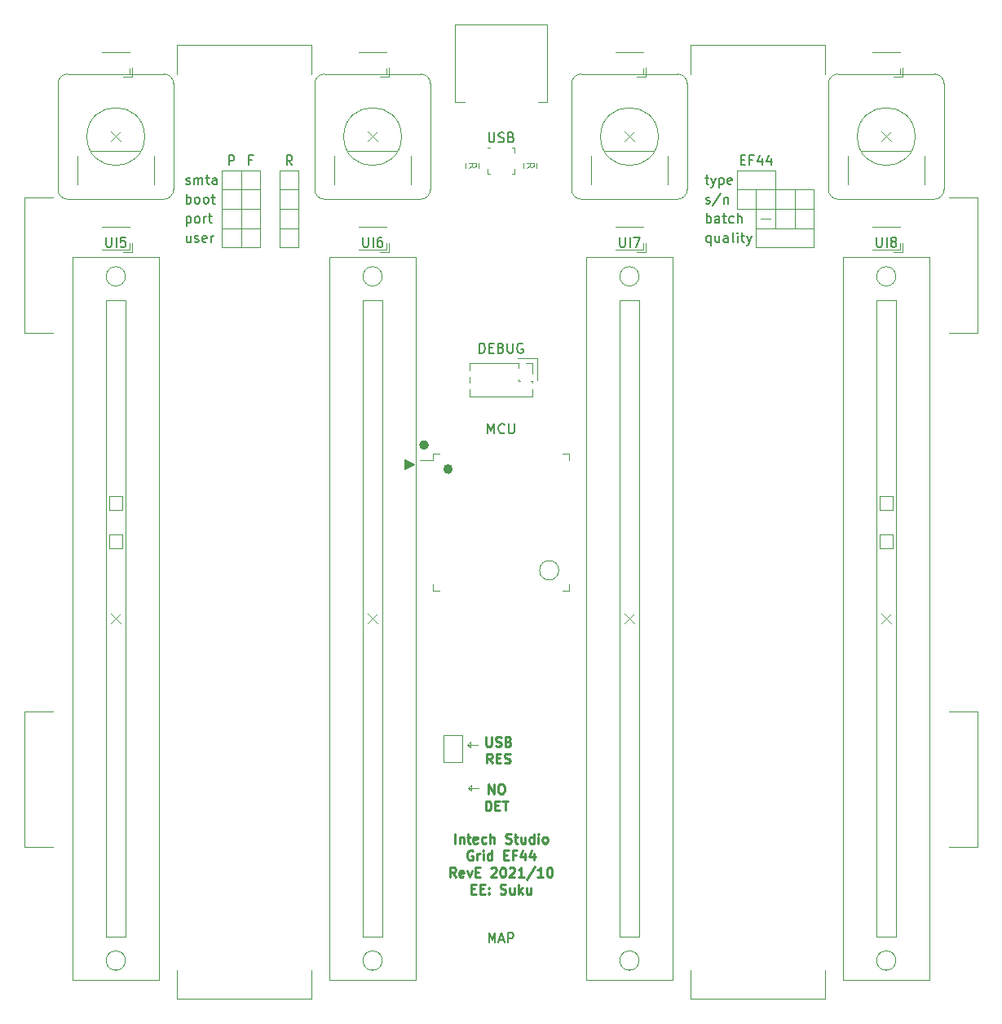
<source format=gto>
G04 #@! TF.GenerationSoftware,KiCad,Pcbnew,5.1.9+dfsg1-1*
G04 #@! TF.CreationDate,2021-10-27T13:30:15+02:00*
G04 #@! TF.ProjectId,EF44,45463434-2e6b-4696-9361-645f70636258,rev?*
G04 #@! TF.SameCoordinates,Original*
G04 #@! TF.FileFunction,Legend,Top*
G04 #@! TF.FilePolarity,Positive*
%FSLAX46Y46*%
G04 Gerber Fmt 4.6, Leading zero omitted, Abs format (unit mm)*
G04 Created by KiCad (PCBNEW 5.1.9+dfsg1-1) date 2021-10-27 13:30:15*
%MOMM*%
%LPD*%
G01*
G04 APERTURE LIST*
%ADD10C,0.120000*%
%ADD11C,0.250000*%
%ADD12C,0.150000*%
%ADD13C,0.500000*%
%ADD14C,0.100000*%
G04 APERTURE END LIST*
D10*
X71000000Y-71500000D02*
X75000000Y-71500000D01*
X103750000Y-83000000D02*
X103750000Y-85250000D01*
X101750000Y-83000000D02*
X103750000Y-83000000D01*
X97700000Y-127600000D02*
X96600000Y-127600000D01*
X96900000Y-127900000D02*
X96600000Y-127600000D01*
X96900000Y-127300000D02*
X96900000Y-127900000D01*
X96600000Y-127600000D02*
X96900000Y-127300000D01*
X96800000Y-123400000D02*
X96500000Y-123100000D01*
X96800000Y-122800000D02*
X96800000Y-123400000D01*
X96500000Y-123100000D02*
X96800000Y-122800000D01*
X97600000Y-123100000D02*
X96500000Y-123100000D01*
D11*
X98438095Y-122277380D02*
X98438095Y-123086904D01*
X98485714Y-123182142D01*
X98533333Y-123229761D01*
X98628571Y-123277380D01*
X98819047Y-123277380D01*
X98914285Y-123229761D01*
X98961904Y-123182142D01*
X99009523Y-123086904D01*
X99009523Y-122277380D01*
X99438095Y-123229761D02*
X99580952Y-123277380D01*
X99819047Y-123277380D01*
X99914285Y-123229761D01*
X99961904Y-123182142D01*
X100009523Y-123086904D01*
X100009523Y-122991666D01*
X99961904Y-122896428D01*
X99914285Y-122848809D01*
X99819047Y-122801190D01*
X99628571Y-122753571D01*
X99533333Y-122705952D01*
X99485714Y-122658333D01*
X99438095Y-122563095D01*
X99438095Y-122467857D01*
X99485714Y-122372619D01*
X99533333Y-122325000D01*
X99628571Y-122277380D01*
X99866666Y-122277380D01*
X100009523Y-122325000D01*
X100771428Y-122753571D02*
X100914285Y-122801190D01*
X100961904Y-122848809D01*
X101009523Y-122944047D01*
X101009523Y-123086904D01*
X100961904Y-123182142D01*
X100914285Y-123229761D01*
X100819047Y-123277380D01*
X100438095Y-123277380D01*
X100438095Y-122277380D01*
X100771428Y-122277380D01*
X100866666Y-122325000D01*
X100914285Y-122372619D01*
X100961904Y-122467857D01*
X100961904Y-122563095D01*
X100914285Y-122658333D01*
X100866666Y-122705952D01*
X100771428Y-122753571D01*
X100438095Y-122753571D01*
X99080952Y-125027380D02*
X98747619Y-124551190D01*
X98509523Y-125027380D02*
X98509523Y-124027380D01*
X98890476Y-124027380D01*
X98985714Y-124075000D01*
X99033333Y-124122619D01*
X99080952Y-124217857D01*
X99080952Y-124360714D01*
X99033333Y-124455952D01*
X98985714Y-124503571D01*
X98890476Y-124551190D01*
X98509523Y-124551190D01*
X99509523Y-124503571D02*
X99842857Y-124503571D01*
X99985714Y-125027380D02*
X99509523Y-125027380D01*
X99509523Y-124027380D01*
X99985714Y-124027380D01*
X100366666Y-124979761D02*
X100509523Y-125027380D01*
X100747619Y-125027380D01*
X100842857Y-124979761D01*
X100890476Y-124932142D01*
X100938095Y-124836904D01*
X100938095Y-124741666D01*
X100890476Y-124646428D01*
X100842857Y-124598809D01*
X100747619Y-124551190D01*
X100557142Y-124503571D01*
X100461904Y-124455952D01*
X100414285Y-124408333D01*
X100366666Y-124313095D01*
X100366666Y-124217857D01*
X100414285Y-124122619D01*
X100461904Y-124075000D01*
X100557142Y-124027380D01*
X100795238Y-124027380D01*
X100938095Y-124075000D01*
X98690476Y-128177380D02*
X98690476Y-127177380D01*
X99261904Y-128177380D01*
X99261904Y-127177380D01*
X99928571Y-127177380D02*
X100119047Y-127177380D01*
X100214285Y-127225000D01*
X100309523Y-127320238D01*
X100357142Y-127510714D01*
X100357142Y-127844047D01*
X100309523Y-128034523D01*
X100214285Y-128129761D01*
X100119047Y-128177380D01*
X99928571Y-128177380D01*
X99833333Y-128129761D01*
X99738095Y-128034523D01*
X99690476Y-127844047D01*
X99690476Y-127510714D01*
X99738095Y-127320238D01*
X99833333Y-127225000D01*
X99928571Y-127177380D01*
X98404761Y-129927380D02*
X98404761Y-128927380D01*
X98642857Y-128927380D01*
X98785714Y-128975000D01*
X98880952Y-129070238D01*
X98928571Y-129165476D01*
X98976190Y-129355952D01*
X98976190Y-129498809D01*
X98928571Y-129689285D01*
X98880952Y-129784523D01*
X98785714Y-129879761D01*
X98642857Y-129927380D01*
X98404761Y-129927380D01*
X99404761Y-129403571D02*
X99738095Y-129403571D01*
X99880952Y-129927380D02*
X99404761Y-129927380D01*
X99404761Y-128927380D01*
X99880952Y-128927380D01*
X100166666Y-128927380D02*
X100738095Y-128927380D01*
X100452380Y-129927380D02*
X100452380Y-128927380D01*
D12*
X67287976Y-64904761D02*
X67383214Y-64952380D01*
X67573690Y-64952380D01*
X67668928Y-64904761D01*
X67716547Y-64809523D01*
X67716547Y-64761904D01*
X67668928Y-64666666D01*
X67573690Y-64619047D01*
X67430833Y-64619047D01*
X67335595Y-64571428D01*
X67287976Y-64476190D01*
X67287976Y-64428571D01*
X67335595Y-64333333D01*
X67430833Y-64285714D01*
X67573690Y-64285714D01*
X67668928Y-64333333D01*
X68145119Y-64952380D02*
X68145119Y-64285714D01*
X68145119Y-64380952D02*
X68192738Y-64333333D01*
X68287976Y-64285714D01*
X68430833Y-64285714D01*
X68526071Y-64333333D01*
X68573690Y-64428571D01*
X68573690Y-64952380D01*
X68573690Y-64428571D02*
X68621309Y-64333333D01*
X68716547Y-64285714D01*
X68859404Y-64285714D01*
X68954642Y-64333333D01*
X69002261Y-64428571D01*
X69002261Y-64952380D01*
X69335595Y-64285714D02*
X69716547Y-64285714D01*
X69478452Y-63952380D02*
X69478452Y-64809523D01*
X69526071Y-64904761D01*
X69621309Y-64952380D01*
X69716547Y-64952380D01*
X70478452Y-64952380D02*
X70478452Y-64428571D01*
X70430833Y-64333333D01*
X70335595Y-64285714D01*
X70145119Y-64285714D01*
X70049880Y-64333333D01*
X70478452Y-64904761D02*
X70383214Y-64952380D01*
X70145119Y-64952380D01*
X70049880Y-64904761D01*
X70002261Y-64809523D01*
X70002261Y-64714285D01*
X70049880Y-64619047D01*
X70145119Y-64571428D01*
X70383214Y-64571428D01*
X70478452Y-64523809D01*
X67764166Y-70285714D02*
X67764166Y-70952380D01*
X67335595Y-70285714D02*
X67335595Y-70809523D01*
X67383214Y-70904761D01*
X67478452Y-70952380D01*
X67621309Y-70952380D01*
X67716547Y-70904761D01*
X67764166Y-70857142D01*
X68192738Y-70904761D02*
X68287976Y-70952380D01*
X68478452Y-70952380D01*
X68573690Y-70904761D01*
X68621309Y-70809523D01*
X68621309Y-70761904D01*
X68573690Y-70666666D01*
X68478452Y-70619047D01*
X68335595Y-70619047D01*
X68240357Y-70571428D01*
X68192738Y-70476190D01*
X68192738Y-70428571D01*
X68240357Y-70333333D01*
X68335595Y-70285714D01*
X68478452Y-70285714D01*
X68573690Y-70333333D01*
X69430833Y-70904761D02*
X69335595Y-70952380D01*
X69145119Y-70952380D01*
X69049880Y-70904761D01*
X69002261Y-70809523D01*
X69002261Y-70428571D01*
X69049880Y-70333333D01*
X69145119Y-70285714D01*
X69335595Y-70285714D01*
X69430833Y-70333333D01*
X69478452Y-70428571D01*
X69478452Y-70523809D01*
X69002261Y-70619047D01*
X69907023Y-70952380D02*
X69907023Y-70285714D01*
X69907023Y-70476190D02*
X69954642Y-70380952D01*
X70002261Y-70333333D01*
X70097500Y-70285714D01*
X70192738Y-70285714D01*
X67335595Y-68285714D02*
X67335595Y-69285714D01*
X67335595Y-68333333D02*
X67430833Y-68285714D01*
X67621309Y-68285714D01*
X67716547Y-68333333D01*
X67764166Y-68380952D01*
X67811785Y-68476190D01*
X67811785Y-68761904D01*
X67764166Y-68857142D01*
X67716547Y-68904761D01*
X67621309Y-68952380D01*
X67430833Y-68952380D01*
X67335595Y-68904761D01*
X68383214Y-68952380D02*
X68287976Y-68904761D01*
X68240357Y-68857142D01*
X68192738Y-68761904D01*
X68192738Y-68476190D01*
X68240357Y-68380952D01*
X68287976Y-68333333D01*
X68383214Y-68285714D01*
X68526071Y-68285714D01*
X68621309Y-68333333D01*
X68668928Y-68380952D01*
X68716547Y-68476190D01*
X68716547Y-68761904D01*
X68668928Y-68857142D01*
X68621309Y-68904761D01*
X68526071Y-68952380D01*
X68383214Y-68952380D01*
X69145119Y-68952380D02*
X69145119Y-68285714D01*
X69145119Y-68476190D02*
X69192738Y-68380952D01*
X69240357Y-68333333D01*
X69335595Y-68285714D01*
X69430833Y-68285714D01*
X69621309Y-68285714D02*
X70002261Y-68285714D01*
X69764166Y-67952380D02*
X69764166Y-68809523D01*
X69811785Y-68904761D01*
X69907023Y-68952380D01*
X70002261Y-68952380D01*
X74142857Y-62428571D02*
X73809523Y-62428571D01*
X73809523Y-62952380D02*
X73809523Y-61952380D01*
X74285714Y-61952380D01*
X78309523Y-62952380D02*
X77976190Y-62476190D01*
X77738095Y-62952380D02*
X77738095Y-61952380D01*
X78119047Y-61952380D01*
X78214285Y-62000000D01*
X78261904Y-62047619D01*
X78309523Y-62142857D01*
X78309523Y-62285714D01*
X78261904Y-62380952D01*
X78214285Y-62428571D01*
X78119047Y-62476190D01*
X77738095Y-62476190D01*
X71738095Y-62952380D02*
X71738095Y-61952380D01*
X72119047Y-61952380D01*
X72214285Y-62000000D01*
X72261904Y-62047619D01*
X72309523Y-62142857D01*
X72309523Y-62285714D01*
X72261904Y-62380952D01*
X72214285Y-62428571D01*
X72119047Y-62476190D01*
X71738095Y-62476190D01*
X67335595Y-66952380D02*
X67335595Y-65952380D01*
X67335595Y-66333333D02*
X67430833Y-66285714D01*
X67621309Y-66285714D01*
X67716547Y-66333333D01*
X67764166Y-66380952D01*
X67811785Y-66476190D01*
X67811785Y-66761904D01*
X67764166Y-66857142D01*
X67716547Y-66904761D01*
X67621309Y-66952380D01*
X67430833Y-66952380D01*
X67335595Y-66904761D01*
X68383214Y-66952380D02*
X68287976Y-66904761D01*
X68240357Y-66857142D01*
X68192738Y-66761904D01*
X68192738Y-66476190D01*
X68240357Y-66380952D01*
X68287976Y-66333333D01*
X68383214Y-66285714D01*
X68526071Y-66285714D01*
X68621309Y-66333333D01*
X68668928Y-66380952D01*
X68716547Y-66476190D01*
X68716547Y-66761904D01*
X68668928Y-66857142D01*
X68621309Y-66904761D01*
X68526071Y-66952380D01*
X68383214Y-66952380D01*
X69287976Y-66952380D02*
X69192738Y-66904761D01*
X69145119Y-66857142D01*
X69097500Y-66761904D01*
X69097500Y-66476190D01*
X69145119Y-66380952D01*
X69192738Y-66333333D01*
X69287976Y-66285714D01*
X69430833Y-66285714D01*
X69526071Y-66333333D01*
X69573690Y-66380952D01*
X69621309Y-66476190D01*
X69621309Y-66761904D01*
X69573690Y-66857142D01*
X69526071Y-66904761D01*
X69430833Y-66952380D01*
X69287976Y-66952380D01*
X69907023Y-66285714D02*
X70287976Y-66285714D01*
X70049880Y-65952380D02*
X70049880Y-66809523D01*
X70097500Y-66904761D01*
X70192738Y-66952380D01*
X70287976Y-66952380D01*
X121287976Y-66904761D02*
X121383214Y-66952380D01*
X121573690Y-66952380D01*
X121668928Y-66904761D01*
X121716547Y-66809523D01*
X121716547Y-66761904D01*
X121668928Y-66666666D01*
X121573690Y-66619047D01*
X121430833Y-66619047D01*
X121335595Y-66571428D01*
X121287976Y-66476190D01*
X121287976Y-66428571D01*
X121335595Y-66333333D01*
X121430833Y-66285714D01*
X121573690Y-66285714D01*
X121668928Y-66333333D01*
X122859404Y-65904761D02*
X122002261Y-67190476D01*
X123192738Y-66285714D02*
X123192738Y-66952380D01*
X123192738Y-66380952D02*
X123240357Y-66333333D01*
X123335595Y-66285714D01*
X123478452Y-66285714D01*
X123573690Y-66333333D01*
X123621309Y-66428571D01*
X123621309Y-66952380D01*
X121192738Y-64285714D02*
X121573690Y-64285714D01*
X121335595Y-63952380D02*
X121335595Y-64809523D01*
X121383214Y-64904761D01*
X121478452Y-64952380D01*
X121573690Y-64952380D01*
X121811785Y-64285714D02*
X122049880Y-64952380D01*
X122287976Y-64285714D02*
X122049880Y-64952380D01*
X121954642Y-65190476D01*
X121907023Y-65238095D01*
X121811785Y-65285714D01*
X122668928Y-64285714D02*
X122668928Y-65285714D01*
X122668928Y-64333333D02*
X122764166Y-64285714D01*
X122954642Y-64285714D01*
X123049880Y-64333333D01*
X123097500Y-64380952D01*
X123145119Y-64476190D01*
X123145119Y-64761904D01*
X123097500Y-64857142D01*
X123049880Y-64904761D01*
X122954642Y-64952380D01*
X122764166Y-64952380D01*
X122668928Y-64904761D01*
X123954642Y-64904761D02*
X123859404Y-64952380D01*
X123668928Y-64952380D01*
X123573690Y-64904761D01*
X123526071Y-64809523D01*
X123526071Y-64428571D01*
X123573690Y-64333333D01*
X123668928Y-64285714D01*
X123859404Y-64285714D01*
X123954642Y-64333333D01*
X124002261Y-64428571D01*
X124002261Y-64523809D01*
X123526071Y-64619047D01*
X124904761Y-62428571D02*
X125238095Y-62428571D01*
X125380952Y-62952380D02*
X124904761Y-62952380D01*
X124904761Y-61952380D01*
X125380952Y-61952380D01*
X126142857Y-62428571D02*
X125809523Y-62428571D01*
X125809523Y-62952380D02*
X125809523Y-61952380D01*
X126285714Y-61952380D01*
X127095238Y-62285714D02*
X127095238Y-62952380D01*
X126857142Y-61904761D02*
X126619047Y-62619047D01*
X127238095Y-62619047D01*
X128047619Y-62285714D02*
X128047619Y-62952380D01*
X127809523Y-61904761D02*
X127571428Y-62619047D01*
X128190476Y-62619047D01*
X121335595Y-68952380D02*
X121335595Y-67952380D01*
X121335595Y-68333333D02*
X121430833Y-68285714D01*
X121621309Y-68285714D01*
X121716547Y-68333333D01*
X121764166Y-68380952D01*
X121811785Y-68476190D01*
X121811785Y-68761904D01*
X121764166Y-68857142D01*
X121716547Y-68904761D01*
X121621309Y-68952380D01*
X121430833Y-68952380D01*
X121335595Y-68904761D01*
X122668928Y-68952380D02*
X122668928Y-68428571D01*
X122621309Y-68333333D01*
X122526071Y-68285714D01*
X122335595Y-68285714D01*
X122240357Y-68333333D01*
X122668928Y-68904761D02*
X122573690Y-68952380D01*
X122335595Y-68952380D01*
X122240357Y-68904761D01*
X122192738Y-68809523D01*
X122192738Y-68714285D01*
X122240357Y-68619047D01*
X122335595Y-68571428D01*
X122573690Y-68571428D01*
X122668928Y-68523809D01*
X123002261Y-68285714D02*
X123383214Y-68285714D01*
X123145119Y-67952380D02*
X123145119Y-68809523D01*
X123192738Y-68904761D01*
X123287976Y-68952380D01*
X123383214Y-68952380D01*
X124145119Y-68904761D02*
X124049880Y-68952380D01*
X123859404Y-68952380D01*
X123764166Y-68904761D01*
X123716547Y-68857142D01*
X123668928Y-68761904D01*
X123668928Y-68476190D01*
X123716547Y-68380952D01*
X123764166Y-68333333D01*
X123859404Y-68285714D01*
X124049880Y-68285714D01*
X124145119Y-68333333D01*
X124573690Y-68952380D02*
X124573690Y-67952380D01*
X125002261Y-68952380D02*
X125002261Y-68428571D01*
X124954642Y-68333333D01*
X124859404Y-68285714D01*
X124716547Y-68285714D01*
X124621309Y-68333333D01*
X124573690Y-68380952D01*
X121764166Y-70285714D02*
X121764166Y-71285714D01*
X121764166Y-70904761D02*
X121668928Y-70952380D01*
X121478452Y-70952380D01*
X121383214Y-70904761D01*
X121335595Y-70857142D01*
X121287976Y-70761904D01*
X121287976Y-70476190D01*
X121335595Y-70380952D01*
X121383214Y-70333333D01*
X121478452Y-70285714D01*
X121668928Y-70285714D01*
X121764166Y-70333333D01*
X122668928Y-70285714D02*
X122668928Y-70952380D01*
X122240357Y-70285714D02*
X122240357Y-70809523D01*
X122287976Y-70904761D01*
X122383214Y-70952380D01*
X122526071Y-70952380D01*
X122621309Y-70904761D01*
X122668928Y-70857142D01*
X123573690Y-70952380D02*
X123573690Y-70428571D01*
X123526071Y-70333333D01*
X123430833Y-70285714D01*
X123240357Y-70285714D01*
X123145119Y-70333333D01*
X123573690Y-70904761D02*
X123478452Y-70952380D01*
X123240357Y-70952380D01*
X123145119Y-70904761D01*
X123097500Y-70809523D01*
X123097500Y-70714285D01*
X123145119Y-70619047D01*
X123240357Y-70571428D01*
X123478452Y-70571428D01*
X123573690Y-70523809D01*
X124192738Y-70952380D02*
X124097500Y-70904761D01*
X124049880Y-70809523D01*
X124049880Y-69952380D01*
X124573690Y-70952380D02*
X124573690Y-70285714D01*
X124573690Y-69952380D02*
X124526071Y-70000000D01*
X124573690Y-70047619D01*
X124621309Y-70000000D01*
X124573690Y-69952380D01*
X124573690Y-70047619D01*
X124907023Y-70285714D02*
X125287976Y-70285714D01*
X125049880Y-69952380D02*
X125049880Y-70809523D01*
X125097500Y-70904761D01*
X125192738Y-70952380D01*
X125287976Y-70952380D01*
X125526071Y-70285714D02*
X125764166Y-70952380D01*
X126002261Y-70285714D02*
X125764166Y-70952380D01*
X125668928Y-71190476D01*
X125621309Y-71238095D01*
X125526071Y-71285714D01*
D10*
X71000000Y-63500000D02*
X71000000Y-65500000D01*
X71000000Y-67500000D02*
X73000000Y-67500000D01*
X73000000Y-65500000D02*
X73000000Y-63500000D01*
X73000000Y-63500000D02*
X71000000Y-63500000D01*
X75000000Y-63500000D02*
X73000000Y-63500000D01*
X73000000Y-63500000D02*
X73000000Y-65500000D01*
X73000000Y-67500000D02*
X75000000Y-67500000D01*
X75000000Y-65500000D02*
X75000000Y-63500000D01*
X79000000Y-63500000D02*
X77000000Y-63500000D01*
X77000000Y-63500000D02*
X77000000Y-65500000D01*
X79000000Y-65500000D02*
X79000000Y-63500000D01*
X75000000Y-67500000D02*
X75000000Y-69500000D01*
X75000000Y-69500000D02*
X75000000Y-67500000D01*
X73000000Y-69500000D02*
X75000000Y-69500000D01*
X73000000Y-67500000D02*
X73000000Y-69500000D01*
X73000000Y-67500000D02*
X71000000Y-67500000D01*
X71000000Y-67500000D02*
X71000000Y-69500000D01*
X71000000Y-69500000D02*
X73000000Y-69500000D01*
X73000000Y-69500000D02*
X73000000Y-67500000D01*
X75000000Y-67500000D02*
X73000000Y-67500000D01*
X75000000Y-69500000D02*
X75000000Y-71500000D01*
X75000000Y-71500000D02*
X75000000Y-69500000D01*
X73000000Y-69500000D02*
X73000000Y-71500000D01*
X73000000Y-69500000D02*
X71000000Y-69500000D01*
X71000000Y-69500000D02*
X71000000Y-71500000D01*
X73000000Y-71500000D02*
X73000000Y-69500000D01*
X75000000Y-69500000D02*
X73000000Y-69500000D01*
X73000000Y-65500000D02*
X73000000Y-67500000D01*
X73000000Y-67500000D02*
X75000000Y-67500000D01*
X75000000Y-67500000D02*
X73000000Y-67500000D01*
X73000000Y-67500000D02*
X71000000Y-67500000D01*
X75000000Y-65500000D02*
X73000000Y-65500000D01*
X73000000Y-67500000D02*
X73000000Y-65500000D01*
X71000000Y-67500000D02*
X73000000Y-67500000D01*
X71000000Y-65500000D02*
X71000000Y-67500000D01*
X73000000Y-65500000D02*
X71000000Y-65500000D01*
X75000000Y-67500000D02*
X75000000Y-65500000D01*
X75000000Y-65500000D02*
X75000000Y-67500000D01*
X77000000Y-65500000D02*
X79000000Y-65500000D01*
X73000000Y-65500000D02*
X75000000Y-65500000D01*
X71000000Y-65500000D02*
X73000000Y-65500000D01*
X124500000Y-65500000D02*
X124500000Y-63500000D01*
X124500000Y-63500000D02*
X128500000Y-63500000D01*
X128500000Y-63500000D02*
X128500000Y-65500000D01*
X126500000Y-65500000D02*
X124500000Y-65500000D01*
X128500000Y-65500000D02*
X126500000Y-65500000D01*
X128500000Y-69500000D02*
X130500000Y-69500000D01*
X128500000Y-67500000D02*
X128500000Y-69500000D01*
X130500000Y-69500000D02*
X130500000Y-67500000D01*
X127000000Y-68500000D02*
X128000000Y-68500000D01*
X128500000Y-69500000D02*
X126500000Y-69500000D01*
X128500000Y-67500000D02*
X128500000Y-69500000D01*
X128500000Y-69500000D02*
X128500000Y-67500000D01*
X130500000Y-69500000D02*
X128500000Y-69500000D01*
X130500000Y-67500000D02*
X130500000Y-69500000D01*
X126500000Y-69500000D02*
X128500000Y-69500000D01*
X126500000Y-67500000D02*
X126500000Y-69500000D01*
X130500000Y-67500000D02*
X132500000Y-67500000D01*
X130500000Y-65500000D02*
X132500000Y-65500000D01*
X130500000Y-65500000D02*
X130500000Y-67500000D01*
X132500000Y-67500000D02*
X132500000Y-65500000D01*
X132500000Y-67500000D02*
X130500000Y-67500000D01*
X130500000Y-67500000D02*
X130500000Y-65500000D01*
X132500000Y-65500000D02*
X130500000Y-65500000D01*
X132500000Y-67500000D02*
X132500000Y-69500000D01*
X132500000Y-69500000D02*
X130500000Y-69500000D01*
X128500000Y-67500000D02*
X126500000Y-67500000D01*
X132500000Y-69500000D02*
X132500000Y-67500000D01*
X130500000Y-69500000D02*
X132500000Y-69500000D01*
X126500000Y-67500000D02*
X124500000Y-67500000D01*
X130500000Y-67500000D02*
X128500000Y-67500000D01*
X130500000Y-67500000D02*
X130500000Y-65500000D01*
X128500000Y-67500000D02*
X130500000Y-67500000D01*
X128500000Y-65500000D02*
X128500000Y-67500000D01*
X130500000Y-65500000D02*
X128500000Y-65500000D01*
X128500000Y-67500000D02*
X128500000Y-65500000D01*
X126500000Y-67500000D02*
X128500000Y-67500000D01*
X130500000Y-67500000D02*
X130500000Y-69500000D01*
X126500000Y-65500000D02*
X126500000Y-67500000D01*
X124500000Y-65500000D02*
X124500000Y-67500000D01*
X124500000Y-67500000D02*
X126500000Y-67500000D01*
X126500000Y-67500000D02*
X126500000Y-65500000D01*
X128500000Y-65500000D02*
X126500000Y-65500000D01*
X126500000Y-65500000D02*
X124500000Y-65500000D01*
X128500000Y-71500000D02*
X126500000Y-71500000D01*
X130500000Y-71500000D02*
X128500000Y-71500000D01*
X132500000Y-71500000D02*
X128500000Y-71500000D01*
X77000000Y-71500000D02*
X79000000Y-71500000D01*
X132500000Y-69500000D02*
X132500000Y-71500000D01*
X126500000Y-69500000D02*
X130500000Y-69500000D01*
X126500000Y-71500000D02*
X126500000Y-69500000D01*
X79000000Y-67500000D02*
X79000000Y-65500000D01*
X77000000Y-65500000D02*
X77000000Y-67500000D01*
X79000000Y-65500000D02*
X77000000Y-65500000D01*
X77000000Y-67500000D02*
X79000000Y-67500000D01*
X79000000Y-69500000D02*
X79000000Y-67500000D01*
X77000000Y-67500000D02*
X77000000Y-69500000D01*
X79000000Y-67500000D02*
X77000000Y-67500000D01*
X77000000Y-69500000D02*
X79000000Y-69500000D01*
X79000000Y-71500000D02*
X79000000Y-69500000D01*
X77000000Y-69500000D02*
X77000000Y-71500000D01*
X79000000Y-69500000D02*
X77000000Y-69500000D01*
X128500000Y-71500000D02*
X126500000Y-71500000D01*
D12*
X98738095Y-59574380D02*
X98738095Y-60383904D01*
X98785714Y-60479142D01*
X98833333Y-60526761D01*
X98928571Y-60574380D01*
X99119047Y-60574380D01*
X99214285Y-60526761D01*
X99261904Y-60479142D01*
X99309523Y-60383904D01*
X99309523Y-59574380D01*
X99738095Y-60526761D02*
X99880952Y-60574380D01*
X100119047Y-60574380D01*
X100214285Y-60526761D01*
X100261904Y-60479142D01*
X100309523Y-60383904D01*
X100309523Y-60288666D01*
X100261904Y-60193428D01*
X100214285Y-60145809D01*
X100119047Y-60098190D01*
X99928571Y-60050571D01*
X99833333Y-60002952D01*
X99785714Y-59955333D01*
X99738095Y-59860095D01*
X99738095Y-59764857D01*
X99785714Y-59669619D01*
X99833333Y-59622000D01*
X99928571Y-59574380D01*
X100166666Y-59574380D01*
X100309523Y-59622000D01*
X101071428Y-60050571D02*
X101214285Y-60098190D01*
X101261904Y-60145809D01*
X101309523Y-60241047D01*
X101309523Y-60383904D01*
X101261904Y-60479142D01*
X101214285Y-60526761D01*
X101119047Y-60574380D01*
X100738095Y-60574380D01*
X100738095Y-59574380D01*
X101071428Y-59574380D01*
X101166666Y-59622000D01*
X101214285Y-59669619D01*
X101261904Y-59764857D01*
X101261904Y-59860095D01*
X101214285Y-59955333D01*
X101166666Y-60002952D01*
X101071428Y-60050571D01*
X100738095Y-60050571D01*
X97761904Y-82452380D02*
X97761904Y-81452380D01*
X98000000Y-81452380D01*
X98142857Y-81500000D01*
X98238095Y-81595238D01*
X98285714Y-81690476D01*
X98333333Y-81880952D01*
X98333333Y-82023809D01*
X98285714Y-82214285D01*
X98238095Y-82309523D01*
X98142857Y-82404761D01*
X98000000Y-82452380D01*
X97761904Y-82452380D01*
X98761904Y-81928571D02*
X99095238Y-81928571D01*
X99238095Y-82452380D02*
X98761904Y-82452380D01*
X98761904Y-81452380D01*
X99238095Y-81452380D01*
X100000000Y-81928571D02*
X100142857Y-81976190D01*
X100190476Y-82023809D01*
X100238095Y-82119047D01*
X100238095Y-82261904D01*
X100190476Y-82357142D01*
X100142857Y-82404761D01*
X100047619Y-82452380D01*
X99666666Y-82452380D01*
X99666666Y-81452380D01*
X100000000Y-81452380D01*
X100095238Y-81500000D01*
X100142857Y-81547619D01*
X100190476Y-81642857D01*
X100190476Y-81738095D01*
X100142857Y-81833333D01*
X100095238Y-81880952D01*
X100000000Y-81928571D01*
X99666666Y-81928571D01*
X100666666Y-81452380D02*
X100666666Y-82261904D01*
X100714285Y-82357142D01*
X100761904Y-82404761D01*
X100857142Y-82452380D01*
X101047619Y-82452380D01*
X101142857Y-82404761D01*
X101190476Y-82357142D01*
X101238095Y-82261904D01*
X101238095Y-81452380D01*
X102238095Y-81500000D02*
X102142857Y-81452380D01*
X102000000Y-81452380D01*
X101857142Y-81500000D01*
X101761904Y-81595238D01*
X101714285Y-81690476D01*
X101666666Y-81880952D01*
X101666666Y-82023809D01*
X101714285Y-82214285D01*
X101761904Y-82309523D01*
X101857142Y-82404761D01*
X102000000Y-82452380D01*
X102095238Y-82452380D01*
X102238095Y-82404761D01*
X102285714Y-82357142D01*
X102285714Y-82023809D01*
X102095238Y-82023809D01*
X98738095Y-143632380D02*
X98738095Y-142632380D01*
X99071428Y-143346666D01*
X99404761Y-142632380D01*
X99404761Y-143632380D01*
X99833333Y-143346666D02*
X100309523Y-143346666D01*
X99738095Y-143632380D02*
X100071428Y-142632380D01*
X100404761Y-143632380D01*
X100738095Y-143632380D02*
X100738095Y-142632380D01*
X101119047Y-142632380D01*
X101214285Y-142680000D01*
X101261904Y-142727619D01*
X101309523Y-142822857D01*
X101309523Y-142965714D01*
X101261904Y-143060952D01*
X101214285Y-143108571D01*
X101119047Y-143156190D01*
X100738095Y-143156190D01*
X98642857Y-90800380D02*
X98642857Y-89800380D01*
X98976190Y-90514666D01*
X99309523Y-89800380D01*
X99309523Y-90800380D01*
X100357142Y-90705142D02*
X100309523Y-90752761D01*
X100166666Y-90800380D01*
X100071428Y-90800380D01*
X99928571Y-90752761D01*
X99833333Y-90657523D01*
X99785714Y-90562285D01*
X99738095Y-90371809D01*
X99738095Y-90228952D01*
X99785714Y-90038476D01*
X99833333Y-89943238D01*
X99928571Y-89848000D01*
X100071428Y-89800380D01*
X100166666Y-89800380D01*
X100309523Y-89848000D01*
X100357142Y-89895619D01*
X100785714Y-89800380D02*
X100785714Y-90609904D01*
X100833333Y-90705142D01*
X100880952Y-90752761D01*
X100976190Y-90800380D01*
X101166666Y-90800380D01*
X101261904Y-90752761D01*
X101309523Y-90705142D01*
X101357142Y-90609904D01*
X101357142Y-89800380D01*
D11*
X95214285Y-133327380D02*
X95214285Y-132327380D01*
X95690476Y-132660714D02*
X95690476Y-133327380D01*
X95690476Y-132755952D02*
X95738095Y-132708333D01*
X95833333Y-132660714D01*
X95976190Y-132660714D01*
X96071428Y-132708333D01*
X96119047Y-132803571D01*
X96119047Y-133327380D01*
X96452380Y-132660714D02*
X96833333Y-132660714D01*
X96595238Y-132327380D02*
X96595238Y-133184523D01*
X96642857Y-133279761D01*
X96738095Y-133327380D01*
X96833333Y-133327380D01*
X97547619Y-133279761D02*
X97452380Y-133327380D01*
X97261904Y-133327380D01*
X97166666Y-133279761D01*
X97119047Y-133184523D01*
X97119047Y-132803571D01*
X97166666Y-132708333D01*
X97261904Y-132660714D01*
X97452380Y-132660714D01*
X97547619Y-132708333D01*
X97595238Y-132803571D01*
X97595238Y-132898809D01*
X97119047Y-132994047D01*
X98452380Y-133279761D02*
X98357142Y-133327380D01*
X98166666Y-133327380D01*
X98071428Y-133279761D01*
X98023809Y-133232142D01*
X97976190Y-133136904D01*
X97976190Y-132851190D01*
X98023809Y-132755952D01*
X98071428Y-132708333D01*
X98166666Y-132660714D01*
X98357142Y-132660714D01*
X98452380Y-132708333D01*
X98880952Y-133327380D02*
X98880952Y-132327380D01*
X99309523Y-133327380D02*
X99309523Y-132803571D01*
X99261904Y-132708333D01*
X99166666Y-132660714D01*
X99023809Y-132660714D01*
X98928571Y-132708333D01*
X98880952Y-132755952D01*
X100500000Y-133279761D02*
X100642857Y-133327380D01*
X100880952Y-133327380D01*
X100976190Y-133279761D01*
X101023809Y-133232142D01*
X101071428Y-133136904D01*
X101071428Y-133041666D01*
X101023809Y-132946428D01*
X100976190Y-132898809D01*
X100880952Y-132851190D01*
X100690476Y-132803571D01*
X100595238Y-132755952D01*
X100547619Y-132708333D01*
X100500000Y-132613095D01*
X100500000Y-132517857D01*
X100547619Y-132422619D01*
X100595238Y-132375000D01*
X100690476Y-132327380D01*
X100928571Y-132327380D01*
X101071428Y-132375000D01*
X101357142Y-132660714D02*
X101738095Y-132660714D01*
X101500000Y-132327380D02*
X101500000Y-133184523D01*
X101547619Y-133279761D01*
X101642857Y-133327380D01*
X101738095Y-133327380D01*
X102500000Y-132660714D02*
X102500000Y-133327380D01*
X102071428Y-132660714D02*
X102071428Y-133184523D01*
X102119047Y-133279761D01*
X102214285Y-133327380D01*
X102357142Y-133327380D01*
X102452380Y-133279761D01*
X102500000Y-133232142D01*
X103404761Y-133327380D02*
X103404761Y-132327380D01*
X103404761Y-133279761D02*
X103309523Y-133327380D01*
X103119047Y-133327380D01*
X103023809Y-133279761D01*
X102976190Y-133232142D01*
X102928571Y-133136904D01*
X102928571Y-132851190D01*
X102976190Y-132755952D01*
X103023809Y-132708333D01*
X103119047Y-132660714D01*
X103309523Y-132660714D01*
X103404761Y-132708333D01*
X103880952Y-133327380D02*
X103880952Y-132660714D01*
X103880952Y-132327380D02*
X103833333Y-132375000D01*
X103880952Y-132422619D01*
X103928571Y-132375000D01*
X103880952Y-132327380D01*
X103880952Y-132422619D01*
X104500000Y-133327380D02*
X104404761Y-133279761D01*
X104357142Y-133232142D01*
X104309523Y-133136904D01*
X104309523Y-132851190D01*
X104357142Y-132755952D01*
X104404761Y-132708333D01*
X104500000Y-132660714D01*
X104642857Y-132660714D01*
X104738095Y-132708333D01*
X104785714Y-132755952D01*
X104833333Y-132851190D01*
X104833333Y-133136904D01*
X104785714Y-133232142D01*
X104738095Y-133279761D01*
X104642857Y-133327380D01*
X104500000Y-133327380D01*
X97047619Y-134125000D02*
X96952380Y-134077380D01*
X96809523Y-134077380D01*
X96666666Y-134125000D01*
X96571428Y-134220238D01*
X96523809Y-134315476D01*
X96476190Y-134505952D01*
X96476190Y-134648809D01*
X96523809Y-134839285D01*
X96571428Y-134934523D01*
X96666666Y-135029761D01*
X96809523Y-135077380D01*
X96904761Y-135077380D01*
X97047619Y-135029761D01*
X97095238Y-134982142D01*
X97095238Y-134648809D01*
X96904761Y-134648809D01*
X97523809Y-135077380D02*
X97523809Y-134410714D01*
X97523809Y-134601190D02*
X97571428Y-134505952D01*
X97619047Y-134458333D01*
X97714285Y-134410714D01*
X97809523Y-134410714D01*
X98142857Y-135077380D02*
X98142857Y-134410714D01*
X98142857Y-134077380D02*
X98095238Y-134125000D01*
X98142857Y-134172619D01*
X98190476Y-134125000D01*
X98142857Y-134077380D01*
X98142857Y-134172619D01*
X99047619Y-135077380D02*
X99047619Y-134077380D01*
X99047619Y-135029761D02*
X98952380Y-135077380D01*
X98761904Y-135077380D01*
X98666666Y-135029761D01*
X98619047Y-134982142D01*
X98571428Y-134886904D01*
X98571428Y-134601190D01*
X98619047Y-134505952D01*
X98666666Y-134458333D01*
X98761904Y-134410714D01*
X98952380Y-134410714D01*
X99047619Y-134458333D01*
X100285714Y-134553571D02*
X100619047Y-134553571D01*
X100761904Y-135077380D02*
X100285714Y-135077380D01*
X100285714Y-134077380D01*
X100761904Y-134077380D01*
X101523809Y-134553571D02*
X101190476Y-134553571D01*
X101190476Y-135077380D02*
X101190476Y-134077380D01*
X101666666Y-134077380D01*
X102476190Y-134410714D02*
X102476190Y-135077380D01*
X102238095Y-134029761D02*
X102000000Y-134744047D01*
X102619047Y-134744047D01*
X103428571Y-134410714D02*
X103428571Y-135077380D01*
X103190476Y-134029761D02*
X102952380Y-134744047D01*
X103571428Y-134744047D01*
X95285714Y-136827380D02*
X94952380Y-136351190D01*
X94714285Y-136827380D02*
X94714285Y-135827380D01*
X95095238Y-135827380D01*
X95190476Y-135875000D01*
X95238095Y-135922619D01*
X95285714Y-136017857D01*
X95285714Y-136160714D01*
X95238095Y-136255952D01*
X95190476Y-136303571D01*
X95095238Y-136351190D01*
X94714285Y-136351190D01*
X96095238Y-136779761D02*
X96000000Y-136827380D01*
X95809523Y-136827380D01*
X95714285Y-136779761D01*
X95666666Y-136684523D01*
X95666666Y-136303571D01*
X95714285Y-136208333D01*
X95809523Y-136160714D01*
X96000000Y-136160714D01*
X96095238Y-136208333D01*
X96142857Y-136303571D01*
X96142857Y-136398809D01*
X95666666Y-136494047D01*
X96476190Y-136160714D02*
X96714285Y-136827380D01*
X96952380Y-136160714D01*
X97333333Y-136303571D02*
X97666666Y-136303571D01*
X97809523Y-136827380D02*
X97333333Y-136827380D01*
X97333333Y-135827380D01*
X97809523Y-135827380D01*
X98952380Y-135922619D02*
X99000000Y-135875000D01*
X99095238Y-135827380D01*
X99333333Y-135827380D01*
X99428571Y-135875000D01*
X99476190Y-135922619D01*
X99523809Y-136017857D01*
X99523809Y-136113095D01*
X99476190Y-136255952D01*
X98904761Y-136827380D01*
X99523809Y-136827380D01*
X100142857Y-135827380D02*
X100238095Y-135827380D01*
X100333333Y-135875000D01*
X100380952Y-135922619D01*
X100428571Y-136017857D01*
X100476190Y-136208333D01*
X100476190Y-136446428D01*
X100428571Y-136636904D01*
X100380952Y-136732142D01*
X100333333Y-136779761D01*
X100238095Y-136827380D01*
X100142857Y-136827380D01*
X100047619Y-136779761D01*
X100000000Y-136732142D01*
X99952380Y-136636904D01*
X99904761Y-136446428D01*
X99904761Y-136208333D01*
X99952380Y-136017857D01*
X100000000Y-135922619D01*
X100047619Y-135875000D01*
X100142857Y-135827380D01*
X100857142Y-135922619D02*
X100904761Y-135875000D01*
X101000000Y-135827380D01*
X101238095Y-135827380D01*
X101333333Y-135875000D01*
X101380952Y-135922619D01*
X101428571Y-136017857D01*
X101428571Y-136113095D01*
X101380952Y-136255952D01*
X100809523Y-136827380D01*
X101428571Y-136827380D01*
X102380952Y-136827380D02*
X101809523Y-136827380D01*
X102095238Y-136827380D02*
X102095238Y-135827380D01*
X102000000Y-135970238D01*
X101904761Y-136065476D01*
X101809523Y-136113095D01*
X103523809Y-135779761D02*
X102666666Y-137065476D01*
X104380952Y-136827380D02*
X103809523Y-136827380D01*
X104095238Y-136827380D02*
X104095238Y-135827380D01*
X104000000Y-135970238D01*
X103904761Y-136065476D01*
X103809523Y-136113095D01*
X105000000Y-135827380D02*
X105095238Y-135827380D01*
X105190476Y-135875000D01*
X105238095Y-135922619D01*
X105285714Y-136017857D01*
X105333333Y-136208333D01*
X105333333Y-136446428D01*
X105285714Y-136636904D01*
X105238095Y-136732142D01*
X105190476Y-136779761D01*
X105095238Y-136827380D01*
X105000000Y-136827380D01*
X104904761Y-136779761D01*
X104857142Y-136732142D01*
X104809523Y-136636904D01*
X104761904Y-136446428D01*
X104761904Y-136208333D01*
X104809523Y-136017857D01*
X104857142Y-135922619D01*
X104904761Y-135875000D01*
X105000000Y-135827380D01*
X96928571Y-138053571D02*
X97261904Y-138053571D01*
X97404761Y-138577380D02*
X96928571Y-138577380D01*
X96928571Y-137577380D01*
X97404761Y-137577380D01*
X97833333Y-138053571D02*
X98166666Y-138053571D01*
X98309523Y-138577380D02*
X97833333Y-138577380D01*
X97833333Y-137577380D01*
X98309523Y-137577380D01*
X98738095Y-138482142D02*
X98785714Y-138529761D01*
X98738095Y-138577380D01*
X98690476Y-138529761D01*
X98738095Y-138482142D01*
X98738095Y-138577380D01*
X98738095Y-137958333D02*
X98785714Y-138005952D01*
X98738095Y-138053571D01*
X98690476Y-138005952D01*
X98738095Y-137958333D01*
X98738095Y-138053571D01*
X99928571Y-138529761D02*
X100071428Y-138577380D01*
X100309523Y-138577380D01*
X100404761Y-138529761D01*
X100452380Y-138482142D01*
X100500000Y-138386904D01*
X100500000Y-138291666D01*
X100452380Y-138196428D01*
X100404761Y-138148809D01*
X100309523Y-138101190D01*
X100119047Y-138053571D01*
X100023809Y-138005952D01*
X99976190Y-137958333D01*
X99928571Y-137863095D01*
X99928571Y-137767857D01*
X99976190Y-137672619D01*
X100023809Y-137625000D01*
X100119047Y-137577380D01*
X100357142Y-137577380D01*
X100500000Y-137625000D01*
X101357142Y-137910714D02*
X101357142Y-138577380D01*
X100928571Y-137910714D02*
X100928571Y-138434523D01*
X100976190Y-138529761D01*
X101071428Y-138577380D01*
X101214285Y-138577380D01*
X101309523Y-138529761D01*
X101357142Y-138482142D01*
X101833333Y-138577380D02*
X101833333Y-137577380D01*
X101928571Y-138196428D02*
X102214285Y-138577380D01*
X102214285Y-137910714D02*
X101833333Y-138291666D01*
X103071428Y-137910714D02*
X103071428Y-138577380D01*
X102642857Y-137910714D02*
X102642857Y-138434523D01*
X102690476Y-138529761D01*
X102785714Y-138577380D01*
X102928571Y-138577380D01*
X103023809Y-138529761D01*
X103071428Y-138482142D01*
D10*
X108835000Y-72500000D02*
X117835000Y-72500000D01*
X117835000Y-72500000D02*
X117835000Y-147500000D01*
X117835000Y-147500000D02*
X108835000Y-147500000D01*
X108835000Y-147500000D02*
X108835000Y-72500000D01*
X114335000Y-74500000D02*
G75*
G03*
X114335000Y-74500000I-1000000J0D01*
G01*
X114335000Y-145500000D02*
G75*
G03*
X114335000Y-145500000I-1000000J0D01*
G01*
X112835000Y-110500000D02*
X113835000Y-109500000D01*
X112835000Y-109500000D02*
X113835000Y-110500000D01*
X112335000Y-77000000D02*
X114335000Y-77000000D01*
X114335000Y-77000000D02*
X114335000Y-143000000D01*
X114335000Y-143000000D02*
X112335000Y-143000000D01*
X112335000Y-143000000D02*
X112335000Y-77000000D01*
X135505000Y-72500000D02*
X144505000Y-72500000D01*
X144505000Y-72500000D02*
X144505000Y-147500000D01*
X144505000Y-147500000D02*
X135505000Y-147500000D01*
X135505000Y-147500000D02*
X135505000Y-72500000D01*
X141005000Y-74500000D02*
G75*
G03*
X141005000Y-74500000I-1000000J0D01*
G01*
X141005000Y-145500000D02*
G75*
G03*
X141005000Y-145500000I-1000000J0D01*
G01*
X139505000Y-110500000D02*
X140505000Y-109500000D01*
X139505000Y-109500000D02*
X140505000Y-110500000D01*
X139005000Y-77000000D02*
X141005000Y-77000000D01*
X141005000Y-77000000D02*
X141005000Y-143000000D01*
X141005000Y-143000000D02*
X139005000Y-143000000D01*
X139005000Y-143000000D02*
X139005000Y-77000000D01*
X82165000Y-72500000D02*
X91165000Y-72500000D01*
X91165000Y-72500000D02*
X91165000Y-147500000D01*
X91165000Y-147500000D02*
X82165000Y-147500000D01*
X82165000Y-147500000D02*
X82165000Y-72500000D01*
X87665000Y-74500000D02*
G75*
G03*
X87665000Y-74500000I-1000000J0D01*
G01*
X87665000Y-145500000D02*
G75*
G03*
X87665000Y-145500000I-1000000J0D01*
G01*
X86165000Y-110500000D02*
X87165000Y-109500000D01*
X86165000Y-109500000D02*
X87165000Y-110500000D01*
X85665000Y-77000000D02*
X87665000Y-77000000D01*
X87665000Y-77000000D02*
X87665000Y-143000000D01*
X87665000Y-143000000D02*
X85665000Y-143000000D01*
X85665000Y-143000000D02*
X85665000Y-77000000D01*
X55495000Y-72500000D02*
X64495000Y-72500000D01*
X64495000Y-72500000D02*
X64495000Y-147500000D01*
X64495000Y-147500000D02*
X55495000Y-147500000D01*
X55495000Y-147500000D02*
X55495000Y-72500000D01*
X60995000Y-74500000D02*
G75*
G03*
X60995000Y-74500000I-1000000J0D01*
G01*
X60995000Y-145500000D02*
G75*
G03*
X60995000Y-145500000I-1000000J0D01*
G01*
X59495000Y-110500000D02*
X60495000Y-109500000D01*
X59495000Y-109500000D02*
X60495000Y-110500000D01*
X58995000Y-77000000D02*
X60995000Y-77000000D01*
X60995000Y-77000000D02*
X60995000Y-143000000D01*
X60995000Y-143000000D02*
X58995000Y-143000000D01*
X58995000Y-143000000D02*
X58995000Y-77000000D01*
X96765000Y-83470000D02*
X96765000Y-84292470D01*
X96765000Y-86177530D02*
X96765000Y-87000000D01*
X96765000Y-84907530D02*
X96765000Y-85562470D01*
X101780000Y-83470000D02*
X96765000Y-83470000D01*
X103235000Y-87000000D02*
X96765000Y-87000000D01*
X101780000Y-83470000D02*
X101780000Y-84036529D01*
X101780000Y-85163471D02*
X101780000Y-85306529D01*
X101833471Y-85360000D02*
X101976529Y-85360000D01*
X103103471Y-85360000D02*
X103235000Y-85360000D01*
X103235000Y-85360000D02*
X103235000Y-85562470D01*
X103235000Y-86177530D02*
X103235000Y-87000000D01*
X102540000Y-83470000D02*
X103300000Y-83470000D01*
X103300000Y-83470000D02*
X103300000Y-84600000D01*
X96000000Y-124900000D02*
X94000000Y-124900000D01*
X96000000Y-122100000D02*
X96000000Y-124900000D01*
X94000000Y-122100000D02*
X96000000Y-122100000D01*
X94000000Y-124900000D02*
X94000000Y-122100000D01*
X101135000Y-61140000D02*
X101360000Y-61140000D01*
X101360000Y-61140000D02*
X101360000Y-61615000D01*
X98865000Y-63860000D02*
X98640000Y-63860000D01*
X98640000Y-63860000D02*
X98640000Y-63385000D01*
X101135000Y-63860000D02*
X101360000Y-63860000D01*
X101360000Y-63860000D02*
X101360000Y-63385000D01*
X98865000Y-61140000D02*
X98640000Y-61140000D01*
X97710000Y-62741422D02*
X97710000Y-63258578D01*
X96290000Y-62741422D02*
X96290000Y-63258578D01*
X96669800Y-62796800D02*
X97406400Y-62796800D01*
X97406400Y-62796800D02*
X97406400Y-63076200D01*
X97000000Y-62796800D02*
X97000000Y-63025400D01*
X96669800Y-63228600D02*
X97000000Y-63000000D01*
X97406400Y-63025400D02*
G75*
G02*
X97000000Y-63025400I-203200J0D01*
G01*
X103710000Y-62741422D02*
X103710000Y-63258578D01*
X102290000Y-62741422D02*
X102290000Y-63258578D01*
X102669800Y-62796800D02*
X103406400Y-62796800D01*
X103406400Y-62796800D02*
X103406400Y-63076200D01*
X103000000Y-62796800D02*
X103000000Y-63025400D01*
X102669800Y-63228600D02*
X103000000Y-63000000D01*
X103406400Y-63025400D02*
G75*
G02*
X103000000Y-63025400I-203200J0D01*
G01*
X96190000Y-56370000D02*
X95250000Y-56370000D01*
X95250000Y-56370000D02*
X95250000Y-48400000D01*
X104750000Y-56370000D02*
X104750000Y-48400000D01*
X104750000Y-56370000D02*
X103810000Y-56370000D01*
X104750000Y-48400000D02*
X95250000Y-48400000D01*
X141455000Y-52925000D02*
X141455000Y-53525000D01*
X138555000Y-51225000D02*
X141455000Y-51225000D01*
X138555000Y-53525000D02*
X141455000Y-53525000D01*
X140805000Y-53775000D02*
X141705000Y-53775000D01*
X141705000Y-53775000D02*
X141705000Y-52875000D01*
X80330000Y-50510000D02*
X80330000Y-53510000D01*
X66330000Y-50510000D02*
X80330000Y-50510000D01*
X66330000Y-53510000D02*
X66330000Y-50510000D01*
X88115000Y-71095000D02*
X88115000Y-71695000D01*
X85215000Y-69395000D02*
X88115000Y-69395000D01*
X85215000Y-71695000D02*
X88115000Y-71695000D01*
X87465000Y-71945000D02*
X88365000Y-71945000D01*
X88365000Y-71945000D02*
X88365000Y-71045000D01*
X93590000Y-92890000D02*
X92890000Y-92890000D01*
X92890000Y-92890000D02*
X92890000Y-93590000D01*
X106410000Y-92890000D02*
X107110000Y-92890000D01*
X107110000Y-92890000D02*
X107110000Y-93590000D01*
X93590000Y-107110000D02*
X92890000Y-107110000D01*
X92890000Y-107110000D02*
X92890000Y-106410000D01*
X106410000Y-107110000D02*
X107110000Y-107110000D01*
X107110000Y-107110000D02*
X107110000Y-106410000D01*
X92890000Y-93590000D02*
X91600000Y-93590000D01*
D13*
X92250000Y-92000000D02*
G75*
G03*
X92250000Y-92000000I-250000J0D01*
G01*
X94750000Y-94500000D02*
G75*
G03*
X94750000Y-94500000I-250000J0D01*
G01*
D14*
G36*
X90000000Y-93500000D02*
G01*
X91000000Y-94000000D01*
X90000000Y-94500000D01*
X90000000Y-93500000D01*
G37*
X90000000Y-93500000D02*
X91000000Y-94000000D01*
X90000000Y-94500000D01*
X90000000Y-93500000D01*
D10*
X106000000Y-105000000D02*
G75*
G03*
X106000000Y-105000000I-1000000J0D01*
G01*
X139300000Y-101300000D02*
X140700000Y-101300000D01*
X140700000Y-101300000D02*
X140700000Y-102700000D01*
X140700000Y-102700000D02*
X139300000Y-102700000D01*
X139300000Y-102700000D02*
X139300000Y-101300000D01*
X59300000Y-101300000D02*
X60700000Y-101300000D01*
X60700000Y-101300000D02*
X60700000Y-102700000D01*
X60700000Y-102700000D02*
X59300000Y-102700000D01*
X59300000Y-102700000D02*
X59300000Y-101300000D01*
X139300000Y-97300000D02*
X140700000Y-97300000D01*
X140700000Y-97300000D02*
X140700000Y-98700000D01*
X140700000Y-98700000D02*
X139300000Y-98700000D01*
X139300000Y-98700000D02*
X139300000Y-97300000D01*
X59300000Y-97300000D02*
X60700000Y-97300000D01*
X60700000Y-97300000D02*
X60700000Y-98700000D01*
X60700000Y-98700000D02*
X59300000Y-98700000D01*
X59300000Y-98700000D02*
X59300000Y-97300000D01*
X119670000Y-149490000D02*
X119670000Y-146490000D01*
X133670000Y-149490000D02*
X119670000Y-149490000D01*
X133670000Y-146490000D02*
X133670000Y-149490000D01*
X66330000Y-149490000D02*
X66330000Y-146490000D01*
X80330000Y-149490000D02*
X66330000Y-149490000D01*
X80330000Y-146490000D02*
X80330000Y-149490000D01*
X149490000Y-133670000D02*
X146490000Y-133670000D01*
X149490000Y-119670000D02*
X149490000Y-133670000D01*
X146490000Y-119670000D02*
X149490000Y-119670000D01*
X149490000Y-80330000D02*
X146490000Y-80330000D01*
X149490000Y-66330000D02*
X149490000Y-80330000D01*
X146490000Y-66330000D02*
X149490000Y-66330000D01*
X133670000Y-50510000D02*
X133670000Y-53510000D01*
X119670000Y-50510000D02*
X133670000Y-50510000D01*
X119670000Y-53510000D02*
X119670000Y-50510000D01*
X50510000Y-119670000D02*
X53510000Y-119670000D01*
X50510000Y-133670000D02*
X50510000Y-119670000D01*
X53510000Y-133670000D02*
X50510000Y-133670000D01*
X50510000Y-66330000D02*
X53510000Y-66330000D01*
X50510000Y-80330000D02*
X50510000Y-66330000D01*
X53510000Y-80330000D02*
X50510000Y-80330000D01*
X141455000Y-71095000D02*
X141455000Y-71695000D01*
X138555000Y-69395000D02*
X141455000Y-69395000D01*
X138555000Y-71695000D02*
X141455000Y-71695000D01*
X140805000Y-71945000D02*
X141705000Y-71945000D01*
X141705000Y-71945000D02*
X141705000Y-71045000D01*
X114785000Y-71095000D02*
X114785000Y-71695000D01*
X111885000Y-69395000D02*
X114785000Y-69395000D01*
X111885000Y-71695000D02*
X114785000Y-71695000D01*
X114135000Y-71945000D02*
X115035000Y-71945000D01*
X115035000Y-71945000D02*
X115035000Y-71045000D01*
X114785000Y-52925000D02*
X114785000Y-53525000D01*
X111885000Y-51225000D02*
X114785000Y-51225000D01*
X111885000Y-53525000D02*
X114785000Y-53525000D01*
X114135000Y-53775000D02*
X115035000Y-53775000D01*
X115035000Y-53775000D02*
X115035000Y-52875000D01*
X88115000Y-52925000D02*
X88115000Y-53525000D01*
X85215000Y-51225000D02*
X88115000Y-51225000D01*
X85215000Y-53525000D02*
X88115000Y-53525000D01*
X87465000Y-53775000D02*
X88365000Y-53775000D01*
X88365000Y-53775000D02*
X88365000Y-52875000D01*
X61445000Y-71095000D02*
X61445000Y-71695000D01*
X58545000Y-69395000D02*
X61445000Y-69395000D01*
X58545000Y-71695000D02*
X61445000Y-71695000D01*
X60795000Y-71945000D02*
X61695000Y-71945000D01*
X61695000Y-71945000D02*
X61695000Y-71045000D01*
X61445000Y-52925000D02*
X61445000Y-53525000D01*
X58545000Y-51225000D02*
X61445000Y-51225000D01*
X58545000Y-53525000D02*
X61445000Y-53525000D01*
X60795000Y-53775000D02*
X61695000Y-53775000D01*
X61695000Y-53775000D02*
X61695000Y-52875000D01*
X137505000Y-61495000D02*
X142505000Y-61495000D01*
X139505000Y-59495000D02*
X140505000Y-60495000D01*
X139505000Y-60495000D02*
X140505000Y-59495000D01*
X143005000Y-59995000D02*
G75*
G03*
X143005000Y-59995000I-3000000J0D01*
G01*
X146005000Y-65495000D02*
X146005000Y-54495000D01*
X144005000Y-64995000D02*
X144005000Y-61995000D01*
X135005000Y-66495000D02*
X145005000Y-66495000D01*
X136005000Y-61995000D02*
X136005000Y-64995000D01*
X134005000Y-54495000D02*
X134005000Y-65495000D01*
X135005000Y-53495000D02*
X145005000Y-53495000D01*
X135005000Y-66495000D02*
G75*
G02*
X134005000Y-65495000I0J1000000D01*
G01*
X146005000Y-65495000D02*
G75*
G02*
X145005000Y-66495000I-1000000J0D01*
G01*
X145005000Y-53495000D02*
G75*
G02*
X146005000Y-54495000I0J-1000000D01*
G01*
X134005000Y-54495000D02*
G75*
G02*
X135005000Y-53495000I1000000J0D01*
G01*
X110835000Y-61495000D02*
X115835000Y-61495000D01*
X112835000Y-59495000D02*
X113835000Y-60495000D01*
X112835000Y-60495000D02*
X113835000Y-59495000D01*
X116335000Y-59995000D02*
G75*
G03*
X116335000Y-59995000I-3000000J0D01*
G01*
X119335000Y-65495000D02*
X119335000Y-54495000D01*
X117335000Y-64995000D02*
X117335000Y-61995000D01*
X108335000Y-66495000D02*
X118335000Y-66495000D01*
X109335000Y-61995000D02*
X109335000Y-64995000D01*
X107335000Y-54495000D02*
X107335000Y-65495000D01*
X108335000Y-53495000D02*
X118335000Y-53495000D01*
X108335000Y-66495000D02*
G75*
G02*
X107335000Y-65495000I0J1000000D01*
G01*
X119335000Y-65495000D02*
G75*
G02*
X118335000Y-66495000I-1000000J0D01*
G01*
X118335000Y-53495000D02*
G75*
G02*
X119335000Y-54495000I0J-1000000D01*
G01*
X107335000Y-54495000D02*
G75*
G02*
X108335000Y-53495000I1000000J0D01*
G01*
X84165000Y-61495000D02*
X89165000Y-61495000D01*
X86165000Y-59495000D02*
X87165000Y-60495000D01*
X86165000Y-60495000D02*
X87165000Y-59495000D01*
X89665000Y-59995000D02*
G75*
G03*
X89665000Y-59995000I-3000000J0D01*
G01*
X92665000Y-65495000D02*
X92665000Y-54495000D01*
X90665000Y-64995000D02*
X90665000Y-61995000D01*
X81665000Y-66495000D02*
X91665000Y-66495000D01*
X82665000Y-61995000D02*
X82665000Y-64995000D01*
X80665000Y-54495000D02*
X80665000Y-65495000D01*
X81665000Y-53495000D02*
X91665000Y-53495000D01*
X81665000Y-66495000D02*
G75*
G02*
X80665000Y-65495000I0J1000000D01*
G01*
X92665000Y-65495000D02*
G75*
G02*
X91665000Y-66495000I-1000000J0D01*
G01*
X91665000Y-53495000D02*
G75*
G02*
X92665000Y-54495000I0J-1000000D01*
G01*
X80665000Y-54495000D02*
G75*
G02*
X81665000Y-53495000I1000000J0D01*
G01*
X57495000Y-61495000D02*
X62495000Y-61495000D01*
X59495000Y-59495000D02*
X60495000Y-60495000D01*
X59495000Y-60495000D02*
X60495000Y-59495000D01*
X62995000Y-59995000D02*
G75*
G03*
X62995000Y-59995000I-3000000J0D01*
G01*
X65995000Y-65495000D02*
X65995000Y-54495000D01*
X63995000Y-64995000D02*
X63995000Y-61995000D01*
X54995000Y-66495000D02*
X64995000Y-66495000D01*
X55995000Y-61995000D02*
X55995000Y-64995000D01*
X53995000Y-54495000D02*
X53995000Y-65495000D01*
X54995000Y-53495000D02*
X64995000Y-53495000D01*
X54995000Y-66495000D02*
G75*
G02*
X53995000Y-65495000I0J1000000D01*
G01*
X65995000Y-65495000D02*
G75*
G02*
X64995000Y-66495000I-1000000J0D01*
G01*
X64995000Y-53495000D02*
G75*
G02*
X65995000Y-54495000I0J-1000000D01*
G01*
X53995000Y-54495000D02*
G75*
G02*
X54995000Y-53495000I1000000J0D01*
G01*
D12*
X112335000Y-70452380D02*
X112335000Y-71261904D01*
X112382619Y-71357142D01*
X112430238Y-71404761D01*
X112525476Y-71452380D01*
X112715952Y-71452380D01*
X112811190Y-71404761D01*
X112858809Y-71357142D01*
X112906428Y-71261904D01*
X112906428Y-70452380D01*
X113382619Y-71452380D02*
X113382619Y-70452380D01*
X113763571Y-70452380D02*
X114430238Y-70452380D01*
X114001666Y-71452380D01*
X139005000Y-70452380D02*
X139005000Y-71261904D01*
X139052619Y-71357142D01*
X139100238Y-71404761D01*
X139195476Y-71452380D01*
X139385952Y-71452380D01*
X139481190Y-71404761D01*
X139528809Y-71357142D01*
X139576428Y-71261904D01*
X139576428Y-70452380D01*
X140052619Y-71452380D02*
X140052619Y-70452380D01*
X140671666Y-70880952D02*
X140576428Y-70833333D01*
X140528809Y-70785714D01*
X140481190Y-70690476D01*
X140481190Y-70642857D01*
X140528809Y-70547619D01*
X140576428Y-70500000D01*
X140671666Y-70452380D01*
X140862142Y-70452380D01*
X140957380Y-70500000D01*
X141005000Y-70547619D01*
X141052619Y-70642857D01*
X141052619Y-70690476D01*
X141005000Y-70785714D01*
X140957380Y-70833333D01*
X140862142Y-70880952D01*
X140671666Y-70880952D01*
X140576428Y-70928571D01*
X140528809Y-70976190D01*
X140481190Y-71071428D01*
X140481190Y-71261904D01*
X140528809Y-71357142D01*
X140576428Y-71404761D01*
X140671666Y-71452380D01*
X140862142Y-71452380D01*
X140957380Y-71404761D01*
X141005000Y-71357142D01*
X141052619Y-71261904D01*
X141052619Y-71071428D01*
X141005000Y-70976190D01*
X140957380Y-70928571D01*
X140862142Y-70880952D01*
X85665000Y-70452380D02*
X85665000Y-71261904D01*
X85712619Y-71357142D01*
X85760238Y-71404761D01*
X85855476Y-71452380D01*
X86045952Y-71452380D01*
X86141190Y-71404761D01*
X86188809Y-71357142D01*
X86236428Y-71261904D01*
X86236428Y-70452380D01*
X86712619Y-71452380D02*
X86712619Y-70452380D01*
X87617380Y-70452380D02*
X87426904Y-70452380D01*
X87331666Y-70500000D01*
X87284047Y-70547619D01*
X87188809Y-70690476D01*
X87141190Y-70880952D01*
X87141190Y-71261904D01*
X87188809Y-71357142D01*
X87236428Y-71404761D01*
X87331666Y-71452380D01*
X87522142Y-71452380D01*
X87617380Y-71404761D01*
X87665000Y-71357142D01*
X87712619Y-71261904D01*
X87712619Y-71023809D01*
X87665000Y-70928571D01*
X87617380Y-70880952D01*
X87522142Y-70833333D01*
X87331666Y-70833333D01*
X87236428Y-70880952D01*
X87188809Y-70928571D01*
X87141190Y-71023809D01*
X58995000Y-70452380D02*
X58995000Y-71261904D01*
X59042619Y-71357142D01*
X59090238Y-71404761D01*
X59185476Y-71452380D01*
X59375952Y-71452380D01*
X59471190Y-71404761D01*
X59518809Y-71357142D01*
X59566428Y-71261904D01*
X59566428Y-70452380D01*
X60042619Y-71452380D02*
X60042619Y-70452380D01*
X60995000Y-70452380D02*
X60518809Y-70452380D01*
X60471190Y-70928571D01*
X60518809Y-70880952D01*
X60614047Y-70833333D01*
X60852142Y-70833333D01*
X60947380Y-70880952D01*
X60995000Y-70928571D01*
X61042619Y-71023809D01*
X61042619Y-71261904D01*
X60995000Y-71357142D01*
X60947380Y-71404761D01*
X60852142Y-71452380D01*
X60614047Y-71452380D01*
X60518809Y-71404761D01*
X60471190Y-71357142D01*
M02*

</source>
